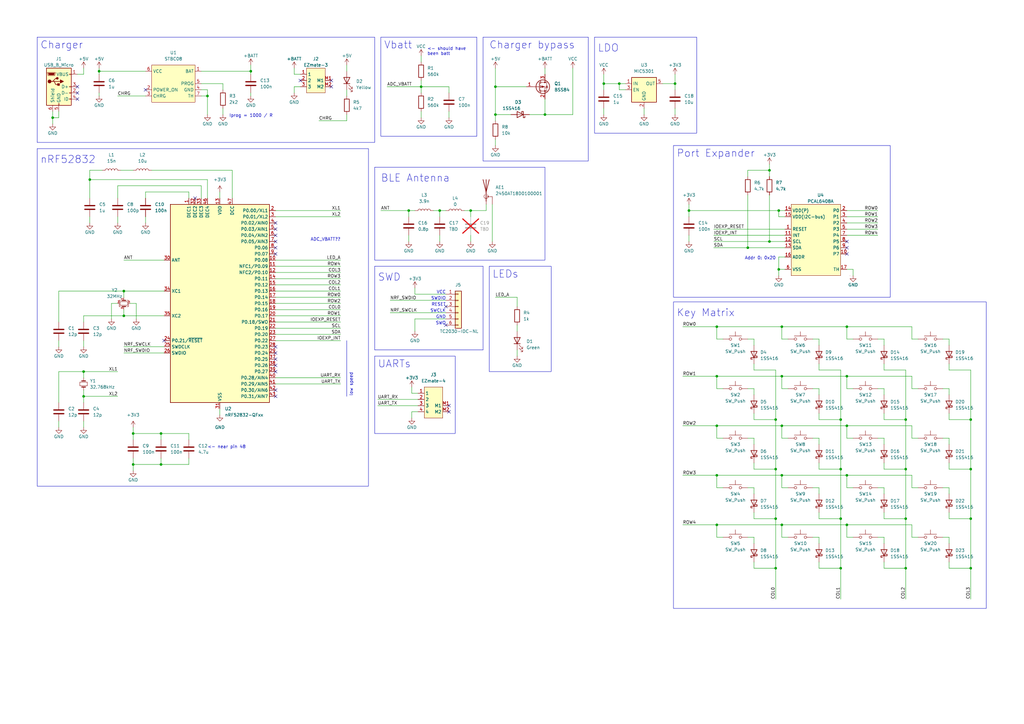
<source format=kicad_sch>
(kicad_sch (version 20230121) (generator eeschema)
  (paper "A3")
  (junction (at 21.59 48.26))
  (junction (at 294.005 174.625))
  (junction (at 54.61 177.8))
  (junction (at 294.005 194.945))
  (junction (at 167.64 86.36))
  (junction (at 318.135 212.725))
  (junction (at 320.675 133.985))
  (junction (at 294.005 215.265))
  (junction (at 276.86 34.29))
  (junction (at 203.2 35.56))
  (junction (at 320.675 194.945))
  (junction (at 344.805 212.725))
  (junction (at 66.04 190.5))
  (junction (at 371.475 233.045))
  (junction (at 315.595 69.85))
  (junction (at 54.61 190.5))
  (junction (at 193.04 86.36))
  (junction (at 319.405 110.49))
  (junction (at 347.345 215.265))
  (junction (at 50.8 129.54))
  (junction (at 347.345 154.305))
  (junction (at 172.72 35.56))
  (junction (at 306.705 101.6))
  (junction (at 371.475 212.725))
  (junction (at 34.29 152.4))
  (junction (at 223.52 46.99))
  (junction (at 50.8 119.38))
  (junction (at 315.595 99.06))
  (junction (at 371.475 172.085))
  (junction (at 320.675 154.305))
  (junction (at 282.575 86.36))
  (junction (at 344.805 172.085))
  (junction (at 102.87 29.21))
  (junction (at 371.475 192.405))
  (junction (at 320.675 215.265))
  (junction (at 347.345 194.945))
  (junction (at 344.805 233.045))
  (junction (at 398.145 233.045))
  (junction (at 344.805 192.405))
  (junction (at 36.83 73.66))
  (junction (at 398.145 192.405))
  (junction (at 180.34 86.36))
  (junction (at 320.675 174.625))
  (junction (at 40.64 29.21))
  (junction (at 347.345 174.625))
  (junction (at 66.04 177.8))
  (junction (at 247.65 34.29))
  (junction (at 294.005 154.305))
  (junction (at 85.09 39.37))
  (junction (at 347.345 133.985))
  (junction (at 294.005 133.985))
  (junction (at 318.135 172.085))
  (junction (at 34.29 162.56))
  (junction (at 318.135 192.405))
  (junction (at 398.145 172.085))
  (junction (at 398.145 212.725))
  (junction (at 254 34.29))
  (junction (at 319.405 86.36))
  (junction (at 203.2 46.99))
  (junction (at 318.135 233.045))
  (no_connect (at 347.345 104.14))
  (no_connect (at 113.03 101.6))
  (no_connect (at 31.75 40.64))
  (no_connect (at 113.03 91.44))
  (no_connect (at 31.75 38.1))
  (no_connect (at 113.03 149.86))
  (no_connect (at 135.89 35.56))
  (no_connect (at 113.03 99.06))
  (no_connect (at 31.75 35.56))
  (no_connect (at 182.88 125.73))
  (no_connect (at 123.19 33.02))
  (no_connect (at 182.88 133.35))
  (no_connect (at 113.03 93.98))
  (no_connect (at 347.345 101.6))
  (no_connect (at 113.03 142.24))
  (no_connect (at 184.15 166.37))
  (no_connect (at 113.03 152.4))
  (no_connect (at 184.15 168.91))
  (no_connect (at 113.03 147.32))
  (no_connect (at 67.31 139.7))
  (no_connect (at 113.03 160.02))
  (no_connect (at 59.69 36.83))
  (no_connect (at 113.03 104.14))
  (no_connect (at 113.03 144.78))
  (no_connect (at 347.345 99.06))
  (no_connect (at 113.03 162.56))
  (no_connect (at 135.89 33.02))
  (no_connect (at 80.01 81.28))
  (no_connect (at 113.03 96.52))
  (wire (pts (xy 113.03 124.46) (xy 139.7 124.46)))
  (wire (pts (xy 306.705 69.85) (xy 315.595 69.85)))
  (wire (pts (xy 170.18 120.65) (xy 170.18 118.11)))
  (wire (pts (xy 318.135 172.085) (xy 318.135 192.405)))
  (wire (pts (xy 320.675 200.025) (xy 323.215 200.025)))
  (wire (pts (xy 362.585 139.065) (xy 362.585 141.605)))
  (wire (pts (xy 309.245 139.065) (xy 309.245 141.605)))
  (wire (pts (xy 294.005 154.305) (xy 320.675 154.305)))
  (wire (pts (xy 59.69 78.74) (xy 59.69 81.28)))
  (wire (pts (xy 34.29 139.7) (xy 34.29 142.24)))
  (wire (pts (xy 247.65 44.45) (xy 247.65 46.99)))
  (wire (pts (xy 294.005 159.385) (xy 296.545 159.385)))
  (wire (pts (xy 320.675 220.345) (xy 323.215 220.345)))
  (wire (pts (xy 282.575 86.36) (xy 319.405 86.36)))
  (wire (pts (xy 36.83 73.66) (xy 36.83 69.85)))
  (wire (pts (xy 347.345 133.985) (xy 374.015 133.985)))
  (wire (pts (xy 31.75 30.48) (xy 34.29 30.48)))
  (wire (pts (xy 294.005 154.305) (xy 294.005 159.385)))
  (wire (pts (xy 54.61 177.8) (xy 54.61 180.34)))
  (wire (pts (xy 193.04 96.52) (xy 193.04 99.06)))
  (wire (pts (xy 335.915 172.085) (xy 344.805 172.085)))
  (wire (pts (xy 142.24 46.99) (xy 142.24 49.53)))
  (wire (pts (xy 113.03 157.48) (xy 139.7 157.48)))
  (wire (pts (xy 389.255 220.345) (xy 389.255 222.885)))
  (wire (pts (xy 318.135 151.765) (xy 318.135 172.085)))
  (wire (pts (xy 398.145 151.765) (xy 398.145 172.085)))
  (wire (pts (xy 362.585 149.225) (xy 362.585 151.765)))
  (wire (pts (xy 113.03 119.38) (xy 139.7 119.38)))
  (wire (pts (xy 333.375 159.385) (xy 335.915 159.385)))
  (wire (pts (xy 113.03 129.54) (xy 139.7 129.54)))
  (wire (pts (xy 54.61 187.96) (xy 54.61 190.5)))
  (wire (pts (xy 347.345 110.49) (xy 349.885 110.49)))
  (wire (pts (xy 50.8 106.68) (xy 67.31 106.68)))
  (wire (pts (xy 335.915 159.385) (xy 335.915 161.925)))
  (wire (pts (xy 347.345 174.625) (xy 374.015 174.625)))
  (wire (pts (xy 177.8 86.36) (xy 180.34 86.36)))
  (wire (pts (xy 82.55 76.2) (xy 82.55 81.28)))
  (wire (pts (xy 309.245 151.765) (xy 309.245 149.225)))
  (wire (pts (xy 172.72 33.02) (xy 172.72 35.56)))
  (wire (pts (xy 82.55 29.21) (xy 102.87 29.21)))
  (wire (pts (xy 50.8 129.54) (xy 50.8 127)))
  (wire (pts (xy 280.035 133.985) (xy 294.005 133.985)))
  (wire (pts (xy 315.595 80.01) (xy 315.595 99.06)))
  (wire (pts (xy 318.135 212.725) (xy 318.135 233.045)))
  (wire (pts (xy 292.735 93.98) (xy 321.945 93.98)))
  (wire (pts (xy 48.26 76.2) (xy 82.55 76.2)))
  (wire (pts (xy 321.945 105.41) (xy 319.405 105.41)))
  (wire (pts (xy 315.595 69.85) (xy 315.595 72.39)))
  (wire (pts (xy 318.135 192.405) (xy 318.135 212.725)))
  (wire (pts (xy 212.09 125.73) (xy 212.09 121.92)))
  (wire (pts (xy 294.005 133.985) (xy 294.005 139.065)))
  (wire (pts (xy 203.2 46.99) (xy 203.2 49.53)))
  (wire (pts (xy 335.915 192.405) (xy 344.805 192.405)))
  (wire (pts (xy 82.55 36.83) (xy 85.09 36.83)))
  (wire (pts (xy 172.72 35.56) (xy 184.15 35.56)))
  (wire (pts (xy 333.375 179.705) (xy 335.915 179.705)))
  (wire (pts (xy 309.245 233.045) (xy 318.135 233.045)))
  (wire (pts (xy 276.86 30.48) (xy 276.86 34.29)))
  (wire (pts (xy 172.72 35.56) (xy 172.72 38.1)))
  (wire (pts (xy 282.575 96.52) (xy 282.575 99.06)))
  (wire (pts (xy 113.03 137.16) (xy 139.7 137.16)))
  (wire (pts (xy 254 34.29) (xy 254 36.83)))
  (wire (pts (xy 347.345 215.265) (xy 374.015 215.265)))
  (wire (pts (xy 182.88 130.81) (xy 170.18 130.81)))
  (wire (pts (xy 113.03 114.3) (xy 139.7 114.3)))
  (wire (pts (xy 184.15 45.72) (xy 184.15 48.26)))
  (wire (pts (xy 389.255 189.865) (xy 389.255 192.405)))
  (wire (pts (xy 347.345 194.945) (xy 347.345 200.025)))
  (wire (pts (xy 294.005 133.985) (xy 320.675 133.985)))
  (wire (pts (xy 344.805 212.725) (xy 344.805 233.045)))
  (wire (pts (xy 113.03 111.76) (xy 139.7 111.76)))
  (wire (pts (xy 167.64 86.36) (xy 167.64 88.9)))
  (wire (pts (xy 320.675 174.625) (xy 347.345 174.625)))
  (wire (pts (xy 319.405 110.49) (xy 319.405 113.03)))
  (wire (pts (xy 335.915 233.045) (xy 344.805 233.045)))
  (wire (pts (xy 90.17 78.74) (xy 90.17 81.28)))
  (wire (pts (xy 335.915 151.765) (xy 344.805 151.765)))
  (wire (pts (xy 212.09 133.35) (xy 212.09 135.89)))
  (wire (pts (xy 294.005 215.265) (xy 320.675 215.265)))
  (wire (pts (xy 344.805 233.045) (xy 344.805 245.745)))
  (wire (pts (xy 50.8 119.38) (xy 24.13 119.38)))
  (wire (pts (xy 333.375 200.025) (xy 335.915 200.025)))
  (wire (pts (xy 371.475 212.725) (xy 371.475 233.045)))
  (wire (pts (xy 294.005 179.705) (xy 296.545 179.705)))
  (wire (pts (xy 36.83 73.66) (xy 36.83 81.28)))
  (wire (pts (xy 347.345 174.625) (xy 347.345 179.705)))
  (wire (pts (xy 335.915 179.705) (xy 335.915 182.245)))
  (wire (pts (xy 309.245 151.765) (xy 318.135 151.765)))
  (wire (pts (xy 309.245 159.385) (xy 309.245 161.925)))
  (wire (pts (xy 234.95 46.99) (xy 234.95 27.94)))
  (wire (pts (xy 113.03 86.36) (xy 139.7 86.36)))
  (wire (pts (xy 309.245 169.545) (xy 309.245 172.085)))
  (wire (pts (xy 158.75 35.56) (xy 172.72 35.56)))
  (wire (pts (xy 34.29 152.4) (xy 48.26 152.4)))
  (wire (pts (xy 319.405 110.49) (xy 321.945 110.49)))
  (wire (pts (xy 280.035 194.945) (xy 294.005 194.945)))
  (wire (pts (xy 335.915 149.225) (xy 335.915 151.765)))
  (wire (pts (xy 172.72 45.72) (xy 172.72 48.26)))
  (wire (pts (xy 203.2 35.56) (xy 203.2 46.99)))
  (wire (pts (xy 362.585 189.865) (xy 362.585 192.405)))
  (wire (pts (xy 212.09 143.51) (xy 212.09 146.05)))
  (wire (pts (xy 113.03 109.22) (xy 139.7 109.22)))
  (wire (pts (xy 142.24 26.67) (xy 142.24 29.21)))
  (wire (pts (xy 55.88 124.46) (xy 55.88 130.81)))
  (wire (pts (xy 374.015 139.065) (xy 376.555 139.065)))
  (wire (pts (xy 347.345 215.265) (xy 347.345 220.345)))
  (wire (pts (xy 374.015 215.265) (xy 374.015 220.345)))
  (wire (pts (xy 306.705 80.01) (xy 306.705 101.6)))
  (wire (pts (xy 374.015 200.025) (xy 376.555 200.025)))
  (wire (pts (xy 294.005 215.265) (xy 294.005 220.345)))
  (wire (pts (xy 389.255 179.705) (xy 389.255 182.245)))
  (wire (pts (xy 320.675 194.945) (xy 320.675 200.025)))
  (wire (pts (xy 113.03 132.08) (xy 139.7 132.08)))
  (wire (pts (xy 36.83 88.9) (xy 36.83 91.44)))
  (wire (pts (xy 398.145 172.085) (xy 398.145 192.405)))
  (wire (pts (xy 320.675 133.985) (xy 320.675 139.065)))
  (wire (pts (xy 160.02 123.19) (xy 182.88 123.19)))
  (wire (pts (xy 54.61 175.26) (xy 54.61 177.8)))
  (wire (pts (xy 398.145 212.725) (xy 398.145 233.045)))
  (wire (pts (xy 120.65 30.48) (xy 120.65 27.94)))
  (wire (pts (xy 371.475 233.045) (xy 371.475 245.745)))
  (wire (pts (xy 309.245 200.025) (xy 309.245 202.565)))
  (wire (pts (xy 320.675 154.305) (xy 320.675 159.385)))
  (wire (pts (xy 50.8 119.38) (xy 67.31 119.38)))
  (wire (pts (xy 309.245 179.705) (xy 309.245 182.245)))
  (wire (pts (xy 180.34 86.36) (xy 182.88 86.36)))
  (wire (pts (xy 320.675 179.705) (xy 323.215 179.705)))
  (wire (pts (xy 386.715 139.065) (xy 389.255 139.065)))
  (wire (pts (xy 294.005 139.065) (xy 296.545 139.065)))
  (wire (pts (xy 190.5 86.36) (xy 193.04 86.36)))
  (wire (pts (xy 360.045 139.065) (xy 362.585 139.065)))
  (wire (pts (xy 344.805 151.765) (xy 344.805 172.085)))
  (wire (pts (xy 34.29 160.02) (xy 34.29 162.56)))
  (wire (pts (xy 318.135 233.045) (xy 318.135 245.745)))
  (wire (pts (xy 347.345 96.52) (xy 360.045 96.52)))
  (wire (pts (xy 193.04 86.36) (xy 193.04 88.9)))
  (wire (pts (xy 170.18 130.81) (xy 170.18 135.89)))
  (wire (pts (xy 184.15 35.56) (xy 184.15 38.1)))
  (wire (pts (xy 271.78 34.29) (xy 276.86 34.29)))
  (wire (pts (xy 102.87 38.1) (xy 102.87 39.37)))
  (wire (pts (xy 292.735 99.06) (xy 315.595 99.06)))
  (wire (pts (xy 203.2 27.94) (xy 203.2 35.56)))
  (wire (pts (xy 180.34 86.36) (xy 180.34 88.9)))
  (wire (pts (xy 90.17 167.64) (xy 90.17 170.18)))
  (wire (pts (xy 319.405 88.9) (xy 319.405 86.36)))
  (wire (pts (xy 374.015 174.625) (xy 374.015 179.705)))
  (wire (pts (xy 335.915 169.545) (xy 335.915 172.085)))
  (wire (pts (xy 347.345 154.305) (xy 374.015 154.305)))
  (wire (pts (xy 54.61 190.5) (xy 54.61 193.04)))
  (wire (pts (xy 85.09 73.66) (xy 85.09 81.28)))
  (wire (pts (xy 280.035 215.265) (xy 294.005 215.265)))
  (wire (pts (xy 77.47 177.8) (xy 66.04 177.8)))
  (wire (pts (xy 199.39 86.36) (xy 199.39 83.82)))
  (wire (pts (xy 24.13 139.7) (xy 24.13 142.24)))
  (polyline (pts (xy 198.12 109.22) (xy 153.67 109.22)))
  (wire (pts (xy 50.8 119.38) (xy 50.8 121.92)))
  (wire (pts (xy 66.04 177.8) (xy 54.61 177.8)))
  (wire (pts (xy 24.13 172.72) (xy 24.13 175.26)))
  (wire (pts (xy 45.72 124.46) (xy 45.72 130.81)))
  (wire (pts (xy 306.705 200.025) (xy 309.245 200.025)))
  (wire (pts (xy 371.475 192.405) (xy 371.475 212.725)))
  (wire (pts (xy 170.18 86.36) (xy 167.64 86.36)))
  (wire (pts (xy 113.03 88.9) (xy 139.7 88.9)))
  (wire (pts (xy 306.705 101.6) (xy 321.945 101.6)))
  (wire (pts (xy 203.2 121.92) (xy 212.09 121.92)))
  (wire (pts (xy 320.675 215.265) (xy 347.345 215.265)))
  (wire (pts (xy 309.245 212.725) (xy 318.135 212.725)))
  (wire (pts (xy 247.65 34.29) (xy 247.65 30.48)))
  (wire (pts (xy 321.945 88.9) (xy 319.405 88.9)))
  (wire (pts (xy 389.255 192.405) (xy 398.145 192.405)))
  (wire (pts (xy 50.8 129.54) (xy 34.29 129.54)))
  (wire (pts (xy 254 34.29) (xy 247.65 34.29)))
  (wire (pts (xy 217.17 46.99) (xy 223.52 46.99)))
  (wire (pts (xy 386.715 220.345) (xy 389.255 220.345)))
  (wire (pts (xy 294.005 200.025) (xy 296.545 200.025)))
  (wire (pts (xy 362.585 210.185) (xy 362.585 212.725)))
  (wire (pts (xy 335.915 210.185) (xy 335.915 212.725)))
  (wire (pts (xy 362.585 172.085) (xy 371.475 172.085)))
  (wire (pts (xy 95.25 69.85) (xy 95.25 81.28)))
  (wire (pts (xy 113.03 121.92) (xy 139.7 121.92)))
  (wire (pts (xy 344.805 192.405) (xy 344.805 212.725)))
  (wire (pts (xy 320.675 139.065) (xy 323.215 139.065)))
  (wire (pts (xy 102.87 29.21) (xy 102.87 30.48)))
  (wire (pts (xy 123.19 30.48) (xy 120.65 30.48)))
  (wire (pts (xy 50.8 142.24) (xy 67.31 142.24)))
  (wire (pts (xy 389.255 210.185) (xy 389.255 212.725)))
  (wire (pts (xy 386.715 159.385) (xy 389.255 159.385)))
  (wire (pts (xy 203.2 35.56) (xy 215.9 35.56)))
  (wire (pts (xy 201.93 83.82) (xy 201.93 99.06)))
  (wire (pts (xy 319.405 105.41) (xy 319.405 110.49)))
  (wire (pts (xy 91.44 44.45) (xy 91.44 46.99)))
  (wire (pts (xy 77.47 78.74) (xy 59.69 78.74)))
  (wire (pts (xy 223.52 46.99) (xy 234.95 46.99)))
  (wire (pts (xy 113.03 106.68) (xy 139.7 106.68)))
  (wire (pts (xy 40.64 27.94) (xy 40.64 29.21)))
  (wire (pts (xy 360.045 200.025) (xy 362.585 200.025)))
  (wire (pts (xy 156.21 86.36) (xy 167.64 86.36)))
  (wire (pts (xy 142.24 36.83) (xy 142.24 39.37)))
  (wire (pts (xy 34.29 162.56) (xy 34.29 165.1)))
  (wire (pts (xy 347.345 154.305) (xy 347.345 159.385)))
  (wire (pts (xy 48.26 76.2) (xy 48.26 81.28)))
  (wire (pts (xy 335.915 139.065) (xy 335.915 141.605)))
  (polyline (pts (xy 198.12 143.51) (xy 198.12 109.22)))
  (wire (pts (xy 21.59 48.26) (xy 24.13 48.26)))
  (wire (pts (xy 85.09 39.37) (xy 85.09 46.99)))
  (wire (pts (xy 77.47 180.34) (xy 77.47 177.8)))
  (wire (pts (xy 276.86 44.45) (xy 276.86 46.99)))
  (wire (pts (xy 113.03 139.7) (xy 139.7 139.7)))
  (wire (pts (xy 335.915 200.025) (xy 335.915 202.565)))
  (wire (pts (xy 36.83 69.85) (xy 41.91 69.85)))
  (wire (pts (xy 362.585 200.025) (xy 362.585 202.565)))
  (wire (pts (xy 294.005 194.945) (xy 294.005 200.025)))
  (wire (pts (xy 398.145 192.405) (xy 398.145 212.725)))
  (wire (pts (xy 335.915 189.865) (xy 335.915 192.405)))
  (wire (pts (xy 389.255 172.085) (xy 398.145 172.085)))
  (polyline (pts (xy 153.67 109.22) (xy 153.67 143.51)))
  (wire (pts (xy 333.375 220.345) (xy 335.915 220.345)))
  (wire (pts (xy 171.45 161.29) (xy 168.91 161.29)))
  (wire (pts (xy 362.585 233.045) (xy 371.475 233.045)))
  (polyline (pts (xy 142.24 139.7) (xy 142.24 162.56)))
  (wire (pts (xy 347.345 159.385) (xy 349.885 159.385)))
  (wire (pts (xy 21.59 45.72) (xy 21.59 48.26)))
  (wire (pts (xy 280.035 154.305) (xy 294.005 154.305)))
  (wire (pts (xy 320.675 159.385) (xy 323.215 159.385)))
  (wire (pts (xy 264.16 44.45) (xy 264.16 46.99)))
  (wire (pts (xy 113.03 134.62) (xy 139.7 134.62)))
  (wire (pts (xy 59.69 88.9) (xy 59.69 91.44)))
  (wire (pts (xy 91.44 34.29) (xy 91.44 36.83)))
  (wire (pts (xy 292.735 101.6) (xy 306.705 101.6)))
  (wire (pts (xy 360.045 159.385) (xy 362.585 159.385)))
  (wire (pts (xy 320.675 194.945) (xy 347.345 194.945)))
  (wire (pts (xy 85.09 36.83) (xy 85.09 39.37)))
  (wire (pts (xy 347.345 93.98) (xy 360.045 93.98)))
  (wire (pts (xy 389.255 151.765) (xy 389.255 149.225)))
  (wire (pts (xy 347.345 133.985) (xy 347.345 139.065)))
  (wire (pts (xy 182.88 120.65) (xy 170.18 120.65)))
  (wire (pts (xy 294.005 194.945) (xy 320.675 194.945)))
  (wire (pts (xy 389.255 233.045) (xy 398.145 233.045)))
  (wire (pts (xy 180.34 96.52) (xy 180.34 99.06)))
  (wire (pts (xy 362.585 212.725) (xy 371.475 212.725)))
  (wire (pts (xy 347.345 91.44) (xy 360.045 91.44)))
  (wire (pts (xy 389.255 212.725) (xy 398.145 212.725)))
  (wire (pts (xy 276.86 34.29) (xy 276.86 36.83)))
  (wire (pts (xy 319.405 86.36) (xy 321.945 86.36)))
  (wire (pts (xy 77.47 187.96) (xy 77.47 190.5)))
  (wire (pts (xy 154.94 163.83) (xy 171.45 163.83)))
  (wire (pts (xy 347.345 88.9) (xy 360.045 88.9)))
  (wire (pts (xy 77.47 190.5) (xy 66.04 190.5)))
  (wire (pts (xy 223.52 27.94) (xy 223.52 30.48)))
  (wire (pts (xy 24.13 152.4) (xy 24.13 165.1)))
  (wire (pts (xy 347.345 139.065) (xy 349.885 139.065)))
  (wire (pts (xy 168.91 161.29) (xy 168.91 158.75)))
  (wire (pts (xy 123.19 35.56) (xy 120.65 35.56)))
  (wire (pts (xy 247.65 34.29) (xy 247.65 36.83)))
  (wire (pts (xy 371.475 172.085) (xy 371.475 192.405)))
  (wire (pts (xy 294.005 174.625) (xy 320.675 174.625)))
  (wire (pts (xy 223.52 40.64) (xy 223.52 46.99)))
  (wire (pts (xy 335.915 230.505) (xy 335.915 233.045)))
  (wire (pts (xy 34.29 129.54) (xy 34.29 132.08)))
  (wire (pts (xy 154.94 166.37) (xy 171.45 166.37)))
  (wire (pts (xy 282.575 83.82) (xy 282.575 86.36)))
  (wire (pts (xy 315.595 99.06) (xy 321.945 99.06)))
  (wire (pts (xy 256.54 36.83) (xy 254 36.83)))
  (wire (pts (xy 362.585 169.545) (xy 362.585 172.085)))
  (wire (pts (xy 374.015 194.945) (xy 374.015 200.025)))
  (wire (pts (xy 50.8 129.54) (xy 67.31 129.54)))
  (wire (pts (xy 306.705 69.85) (xy 306.705 72.39)))
  (wire (pts (xy 50.8 144.78) (xy 67.31 144.78)))
  (wire (pts (xy 82.55 34.29) (xy 91.44 34.29)))
  (wire (pts (xy 398.145 233.045) (xy 398.145 245.745)))
  (wire (pts (xy 66.04 177.8) (xy 66.04 180.34)))
  (wire (pts (xy 389.255 151.765) (xy 398.145 151.765)))
  (wire (pts (xy 374.015 154.305) (xy 374.015 159.385)))
  (wire (pts (xy 120.65 35.56) (xy 120.65 38.1)))
  (wire (pts (xy 362.585 192.405) (xy 371.475 192.405)))
  (wire (pts (xy 40.64 29.21) (xy 59.69 29.21)))
  (wire (pts (xy 347.345 220.345) (xy 349.885 220.345)))
  (wire (pts (xy 309.245 172.085) (xy 318.135 172.085)))
  (wire (pts (xy 48.26 88.9) (xy 48.26 91.44)))
  (wire (pts (xy 371.475 151.765) (xy 371.475 172.085)))
  (wire (pts (xy 193.04 86.36) (xy 199.39 86.36)))
  (wire (pts (xy 113.03 127) (xy 139.7 127)))
  (wire (pts (xy 347.345 194.945) (xy 374.015 194.945)))
  (wire (pts (xy 24.13 48.26) (xy 24.13 45.72)))
  (wire (pts (xy 48.26 39.37) (xy 59.69 39.37)))
  (wire (pts (xy 306.705 159.385) (xy 309.245 159.385)))
  (wire (pts (xy 34.29 30.48) (xy 34.29 27.94)))
  (wire (pts (xy 49.53 69.85) (xy 54.61 69.85)))
  (wire (pts (xy 389.255 159.385) (xy 389.255 161.925)))
  (wire (pts (xy 347.345 86.36) (xy 360.045 86.36)))
  (wire (pts (xy 172.72 22.86) (xy 172.72 25.4)))
  (wire (pts (xy 309.245 230.505) (xy 309.245 233.045)))
  (wire (pts (xy 282.575 86.36) (xy 282.575 88.9)))
  (wire (pts (xy 53.34 124.46) (xy 55.88 124.46)))
  (wire (pts (xy 254 34.29) (xy 256.54 34.29)))
  (wire (pts (xy 374.015 220.345) (xy 376.555 220.345)))
  (wire (pts (xy 113.03 116.84) (xy 139.7 116.84)))
  (wire (pts (xy 168.91 171.45) (xy 168.91 168.91)))
  (wire (pts (xy 102.87 26.67) (xy 102.87 29.21)))
  (polyline (pts (xy 153.67 143.51) (xy 198.12 143.51)))
  (wire (pts (xy 362.585 151.765) (xy 371.475 151.765)))
  (wire (pts (xy 24.13 119.38) (xy 24.13 132.08)))
  (wire (pts (xy 362.585 159.385) (xy 362.585 161.925)))
  (wire (pts (xy 389.255 200.025) (xy 389.255 202.565)))
  (wire (pts (xy 34.29 154.94) (xy 34.29 152.4)))
  (wire (pts (xy 168.91 168.91) (xy 171.45 168.91)))
  (wire (pts (xy 34.29 152.4) (xy 24.13 152.4)))
  (wire (pts (xy 362.585 230.505) (xy 362.585 233.045)))
  (wire (pts (xy 374.015 159.385) (xy 376.555 159.385)))
  (wire (pts (xy 320.675 215.265) (xy 320.675 220.345)))
  (wire (pts (xy 374.015 133.985) (xy 374.015 139.065)))
  (wire (pts (xy 40.64 29.21) (xy 40.64 30.48)))
  (wire (pts (xy 40.64 38.1) (xy 40.64 39.37)))
  (wire (pts (xy 362.585 220.345) (xy 362.585 222.885)))
  (wire (pts (xy 386.715 179.705) (xy 389.255 179.705)))
  (wire (pts (xy 34.29 162.56) (xy 48.26 162.56)))
  (wire (pts (xy 362.585 179.705) (xy 362.585 182.245)))
  (wire (pts (xy 315.595 67.31) (xy 315.595 69.85)))
  (wire (pts (xy 333.375 139.065) (xy 335.915 139.065)))
  (wire (pts (xy 160.02 128.27) (xy 182.88 128.27)))
  (wire (pts (xy 167.64 96.52) (xy 167.64 99.06)))
  (wire (pts (xy 335.915 220.345) (xy 335.915 222.885)))
  (wire (pts (xy 360.045 220.345) (xy 362.585 220.345)))
  (wire (pts (xy 347.345 200.025) (xy 349.885 200.025)))
  (wire (pts (xy 389.255 169.545) (xy 389.255 172.085)))
  (wire (pts (xy 113.03 154.94) (xy 139.7 154.94)))
  (wire (pts (xy 306.705 179.705) (xy 309.245 179.705)))
  (wire (pts (xy 349.885 110.49) (xy 349.885 113.03)))
  (wire (pts (xy 130.81 49.53) (xy 142.24 49.53)))
  (wire (pts (xy 360.045 179.705) (xy 362.585 179.705)))
  (wire (pts (xy 374.015 179.705) (xy 376.555 179.705)))
  (wire (pts (xy 306.705 220.345) (xy 309.245 220.345)))
  (wire (pts (xy 309.245 210.185) (xy 309.245 212.725)))
  (wire (pts (xy 320.675 133.985) (xy 347.345 133.985)))
  (wire (pts (xy 203.2 57.15) (xy 203.2 59.69)))
  (wire (pts (xy 294.005 174.625) (xy 294.005 179.705)))
  (wire (pts (xy 309.245 220.345) (xy 309.245 222.885)))
  (wire (pts (xy 309.245 189.865) (xy 309.245 192.405)))
  (wire (pts (xy 389.255 139.065) (xy 389.255 141.605)))
  (wire (pts (xy 82.55 39.37) (xy 85.09 39.37)))
  (wire (pts (xy 66.04 187.96) (xy 66.04 190.5)))
  (wire (pts (xy 203.2 46.99) (xy 209.55 46.99)))
  (wire (pts (xy 344.805 172.085) (xy 344.805 192.405)))
  (wire (pts (xy 386.715 200.025) (xy 389.255 200.025)))
  (wire (pts (xy 306.705 139.065) (xy 309.245 139.065)))
  (wire (pts (xy 320.675 154.305) (xy 347.345 154.305)))
  (wire (pts (xy 347.345 179.705) (xy 349.885 179.705)))
  (wire (pts (xy 62.23 69.85) (xy 95.25 69.85)))
  (wire (pts (xy 77.47 81.28) (xy 77.47 78.74)))
  (wire (pts (xy 294.005 220.345) (xy 296.545 220.345)))
  (wire (pts (xy 66.04 190.5) (xy 54.61 190.5)))
  (wire (pts (xy 320.675 174.625) (xy 320.675 179.705)))
  (wire (pts (xy 36.83 73.66) (xy 85.09 73.66)))
  (wire (pts (xy 292.735 96.52) (xy 321.945 96.52)))
  (wire (pts (xy 280.035 174.625) (xy 294.005 174.625)))
  (wire (pts (xy 21.59 48.26) (xy 21.59 50.8)))
  (wire (pts (xy 34.29 172.72) (xy 34.29 175.26)))
  (wire (pts (xy 48.26 124.46) (xy 45.72 124.46)))
  (wire (pts (xy 389.255 230.505) (xy 389.255 233.045)))
  (wire (pts (xy 335.915 212.725) (xy 344.805 212.725)))
  (wire (pts (xy 309.245 192.405) (xy 318.135 192.405)))
  (rectangle (start 200.66 109.22) (end 226.06 152.4))
  (rectangle (start 153.67 68.58) (end 223.52 106.68))
  (rectangle (start 243.84 15.24) (end 285.75 54.61))
  (rectangle (start 198.12 15.24) (end 241.3 66.04))
  (rectangle (start 15.24 60.96) (end 151.13 199.39))
  (rectangle (start 153.67 146.05) (end 186.69 177.8))
  (rectangle (start 15.24 15.24) (end 153.67 58.42))
  (rectangle (start 276.225 123.825) (end 404.495 249.555))
  (rectangle (start 276.225 59.69) (end 365.125 121.92))
  (rectangle (start 156.21 15.24) (end 195.58 55.88))
  (text "<- near pin 48" (at 85.09 184.15 0) (effects (font (size 1.27 1.27)) (justify left bottom)))
  (text "SWD" (at 154.94 115.57 0) (effects (font (size 3 3)) (justify left bottom)))
  (text "LEDs" (at 201.93 114.3 0) (effects (font (size 3 3)) (justify left bottom)))
  (text "low speed" (at 144.78 162.56 90) (effects (font (size 1.27 1.27)) (justify left bottom)))
  (text "Iprog = 1000 / R" (at 93.98 48.26 0) (effects (font (size 1.27 1.27)) (justify left bottom)))
  (text "ADC_VBATT??" (at 139.7 99.06 0) (effects (font (size 1.27 1.27)) (justify right bottom)))
  (text "VCC" (at 182.88 120.65 0) (effects (font (size 1.27 1.27)) (justify right bottom)))
  (text "Charger bypass" (at 200.66 20.32 0) (effects (font (size 3 3)) (justify left bottom)))
  (text "Key Matrix" (at 277.495 130.175 0) (effects (font (size 3 3)) (justify left bottom)))
  (text "BLE Antenna" (at 156.21 74.93 0) (effects (font (size 3 3)) (justify left bottom)))
  (text "Addr 0: 0x20" (at 305.435 106.68 0) (effects (font (size 1.27 1.27)) (justify left bottom)))
  (text "Port Expander" (at 277.495 64.77 0) (effects (font (size 3 3)) (justify left bottom)))
  (text "Vbatt" (at 157.48 20.32 0) (effects (font (size 3 3)) (justify left bottom)))
  (text "SWO" (at 182.88 133.35 0) (effects (font (size 1.27 1.27)) (justify right bottom)))
  (text "<- should have\nbeen batt" (at 175.26 22.86 0) (effects (font (size 1.27 1.27)) (justify left bottom)))
  (text "UARTs" (at 154.94 151.13 0) (effects (font (size 3 3)) (justify left bottom)))
  (text "LDO" (at 245.11 21.59 0) (effects (font (size 3 3)) (justify left bottom)))
  (text "GND" (at 182.88 130.81 0) (effects (font (size 1.27 1.27)) (justify right bottom)))
  (text "RESET" (at 182.88 125.73 0) (effects (font (size 1.27 1.27)) (justify right bottom)))
  (text "SWCLK" (at 182.88 128.27 0) (effects (font (size 1.27 1.27)) (justify right bottom)))
  (text "SWDIO" (at 182.88 123.19 0) (effects (font (size 1.27 1.27)) (justify right bottom)))
  (text "Charger" (at 16.51 20.32 0) (effects (font (size 3 3)) (justify left bottom)))
  (text "nRF52832" (at 16.51 67.31 0) (effects (font (size 3 3)) (justify left bottom)))
  (label "LED_A" (at 203.2 121.92 0))
  (label "NRF_SWDIO" (at 160.02 123.19 0))
  (label "UART_TX" (at 139.7 157.48 180))
  (label "UART_RX" (at 154.94 163.83 0))
  (label "IOEXP_RESET" (at 139.7 132.08 180))
  (label "XL1" (at 48.26 152.4 180))
  (label "ANT" (at 156.21 86.36 0))
  (label "ADC_VBATT" (at 158.75 35.56 0))
  (label "SCL" (at 139.7 134.62 180))
  (label "XL2" (at 48.26 162.56 180))
  (label "SCL" (at 292.735 99.06 0))
  (label "XL2" (at 139.7 88.9 180))
  (label "LED_A" (at 139.7 106.68 180))
  (label "ROW0" (at 280.035 133.985 0))
  (label "XL1" (at 139.7 86.36 180))
  (label "ROW4" (at 139.7 109.22 180))
  (label "IOEXP_INT" (at 139.7 139.7 180))
  (label "COL0" (at 318.135 245.745 90))
  (label "ROW3" (at 280.035 194.945 0))
  (label "UART_TX" (at 154.94 166.37 0))
  (label "ROW4" (at 360.045 96.52 180))
  (label "SDA" (at 139.7 137.16 180))
  (label "COL3" (at 398.145 245.745 90))
  (label "IOEXP_INT" (at 292.735 96.52 0))
  (label "COL2" (at 139.7 116.84 180))
  (label "ROW2" (at 139.7 124.46 180))
  (label "SDA" (at 292.735 101.6 0))
  (label "COL0" (at 139.7 127 180))
  (label "ROW4" (at 280.035 215.265 0))
  (label "NRF_SWCLK" (at 160.02 128.27 0))
  (label "COL3" (at 139.7 111.76 180))
  (label "ROW3" (at 360.045 93.98 180))
  (label "IOEXP_RESET" (at 292.735 93.98 0))
  (label "COL2" (at 371.475 245.745 90))
  (label "CHRG" (at 130.81 49.53 0))
  (label "ROW0" (at 139.7 121.92 180))
  (label "ANT" (at 50.8 106.68 0))
  (label "UART_RX" (at 139.7 154.94 180))
  (label "CHRG" (at 48.26 39.37 0))
  (label "ROW2" (at 360.045 91.44 180))
  (label "ROW2" (at 280.035 174.625 0))
  (label "NRF_SWDIO" (at 50.8 144.78 0))
  (label "ROW3" (at 139.7 114.3 180))
  (label "ROW1" (at 280.035 154.305 0))
  (label "COL1" (at 139.7 119.38 180))
  (label "ROW0" (at 360.045 86.36 180))
  (label "COL1" (at 344.805 245.745 90))
  (label "ROW1" (at 139.7 129.54 180))
  (label "ROW1" (at 360.045 88.9 180))
  (label "NRF_SWCLK" (at 50.8 142.24 0))
  (symbol (lib_id "power:VCC") (at 172.72 22.86 0) (unit 1)
    (property "Reference" "#PWR04" (effects hide))
    (property "Value" "VCC" (at 172.72 19.05 0))
  )
  (symbol (lib_id "power:+5V") (at 40.64 27.94 0) (mirror y) (unit 1)
    (property "Reference" "#PWR010" (effects hide))
    (property "Value" "+5V" (at 40.64 24.13 0))
  )
  (symbol (lib_id "Diode:1N5819") (at 389.255 226.695 90) (unit 1)
    (property "Reference" "D23" (at 391.795 225.7425 90) (effects (justify right)))
    (property "Value" "1SS416" (at 391.795 228.2825 90) (effects (justify right)))
    (property "Footprint" "Diode_SMD:D_SOD-923" (effects hide))
  )
  (symbol (lib_id "Switch:SW_Push") (at 381.635 220.345 0) (unit 1)
    (property "Reference" "SW20" (at 381.635 222.885 0))
    (property "Value" "SW_Push" (at 381.635 225.425 0))
    (property "Footprint" "Button_Switch_SMD:SW_Push_1P1T_NO_Vertical_Wuerth_434133025816" (effects hide))
  )
  (symbol (lib_id "Diode:1N5819") (at 309.245 165.735 90) (unit 1)
    (property "Reference" "D5" (at 311.785 164.7825 90) (effects (justify right)))
    (property "Value" "1SS416" (at 311.785 167.3225 90) (effects (justify right)))
    (property "Footprint" "Diode_SMD:D_SOD-923" (effects hide))
  )
  (symbol (lib_id "Switch:SW_Push") (at 328.295 220.345 0) (unit 1)
    (property "Reference" "SW10" (at 328.295 222.885 0))
    (property "Value" "SW_Push" (at 328.295 225.425 0))
    (property "Footprint" "Button_Switch_SMD:SW_Push_1P1T_NO_Vertical_Wuerth_434133025816" (effects hide))
  )
  (symbol (lib_id "Device:L") (at 45.72 69.85 90) (unit 1)
    (property "Reference" "L1" (at 45.72 63.5 90))
    (property "Value" "15n" (at 45.72 66.04 90))
    (property "Footprint" "balto:L_0402_Worthington" (effects hide))
  )
  (symbol (lib_id "Switch:SW_Push") (at 354.965 220.345 0) (unit 1)
    (property "Reference" "SW15" (at 354.965 222.885 0))
    (property "Value" "SW_Push" (at 354.965 225.425 0))
    (property "Footprint" "Button_Switch_SMD:SW_Push_1P1T_NO_Vertical_Wuerth_434133025816" (effects hide))
  )
  (symbol (lib_id "power:VCC") (at 247.65 30.48 0) (unit 1)
    (property "Reference" "#PWR031" (effects hide))
    (property "Value" "VCC" (at 247.65 26.67 0))
  )
  (symbol (lib_id "power:GND") (at 85.09 46.99 0) (unit 1)
    (property "Reference" "#PWR019" (effects hide))
    (property "Value" "GND" (at 85.09 50.8 0))
  )
  (symbol (lib_id "Diode:1N5819") (at 362.585 165.735 90) (unit 1)
    (property "Reference" "D15" (at 365.125 164.7825 90) (effects (justify right)))
    (property "Value" "1SS416" (at 365.125 167.3225 90) (effects (justify right)))
    (property "Footprint" "Diode_SMD:D_SOD-923" (effects hide))
  )
  (symbol (lib_id "Device:C") (at 40.64 34.29 0) (unit 1)
    (property "Reference" "C6" (at 44.45 33.0199 0) (effects (justify left)))
    (property "Value" "1u" (at 44.45 35.5599 0) (effects (justify left)))
    (property "Footprint" "balto:C_0402_Worthington" (effects hide))
  )
  (symbol (lib_id "Switch:SW_Push") (at 381.635 139.065 0) (unit 1)
    (property "Reference" "SW16" (at 381.635 141.605 0))
    (property "Value" "SW_Push" (at 381.635 144.145 0))
    (property "Footprint" "Button_Switch_SMD:SW_Push_1P1T_NO_Vertical_Wuerth_434133025816" (effects hide))
  )
  (symbol (lib_id "power:GND") (at 102.87 39.37 0) (unit 1)
    (property "Reference" "#PWR025" (effects hide))
    (property "Value" "GND" (at 102.87 43.18 0))
  )
  (symbol (lib_id "Switch:SW_Push") (at 328.295 139.065 0) (unit 1)
    (property "Reference" "SW6" (at 328.295 141.605 0))
    (property "Value" "SW_Push" (at 328.295 144.145 0))
    (property "Footprint" "Button_Switch_SMD:SW_Push_1P1T_NO_Vertical_Wuerth_434133025816" (effects hide))
  )
  (symbol (lib_id "power:GND") (at 59.69 91.44 0) (unit 1)
    (property "Reference" "#PWR018" (effects hide))
    (property "Value" "GND" (at 59.69 95.25 0))
  )
  (symbol (lib_id "power:GND") (at 34.29 142.24 0) (unit 1)
    (property "Reference" "#PWR07" (effects hide))
    (property "Value" "GND" (at 34.29 146.05 0))
  )
  (symbol (lib_id "power:GND") (at 264.16 46.99 0) (unit 1)
    (property "Reference" "#PWR038" (effects hide))
    (property "Value" "GND" (at 264.16 50.8 0))
  )
  (symbol (lib_id "power:GND") (at 170.18 135.89 0) (unit 1)
    (property "Reference" "#PWR052" (effects hide))
    (property "Value" "GND" (at 170.18 139.7 0))
  )
  (symbol (lib_id "Switch:SW_Push") (at 328.295 200.025 0) (unit 1)
    (property "Reference" "SW9" (at 328.295 202.565 0))
    (property "Value" "SW_Push" (at 328.295 205.105 0))
    (property "Footprint" "Button_Switch_SMD:SW_Push_1P1T_NO_Vertical_Wuerth_434133025816" (effects hide))
  )
  (symbol (lib_id "power:GND") (at 45.72 130.81 0) (unit 1)
    (property "Reference" "#PWR013" (effects hide))
    (property "Value" "GND" (at 45.72 134.62 0))
  )
  (symbol (lib_id "MCU_Nordic:nRF52832-QFxx") (at 90.17 124.46 0) (unit 1)
    (property "Reference" "U2" (at 92.1894 167.64 0) (effects (justify left)))
    (property "Value" "nRF52832-QFxx" (at 92.1894 170.18 0) (effects (justify left)))
    (property "Footprint" "Package_DFN_QFN:QFN-48-1EP_6x6mm_P0.4mm_EP4.6x4.6mm" (effects hide))
    (property "Datasheet" "http://infocenter.nordicsemi.com/pdf/nRF52832_PS_v1.4.pdf" (effects hide))
  )
  (symbol (lib_id "Transistor_FET:BSS84") (at 220.98 35.56 0) (unit 1)
    (property "Reference" "Q1" (at 227.33 34.29 0) (effects (justify left)))
    (property "Value" "BSS84" (at 227.33 36.83 0) (effects (justify left)))
    (property "Footprint" "Package_TO_SOT_SMD:SOT-23" (effects hide))
    (property "Datasheet" "http://assets.nexperia.com/documents/data-sheet/BSS84.pdf" (effects hide))
  )
  (symbol (lib_id "Switch:SW_Push") (at 301.625 139.065 0) (unit 1)
    (property "Reference" "SW1" (at 301.625 141.605 0))
    (property "Value" "SW_Push" (at 301.625 144.145 0))
    (property "Footprint" "Button_Switch_SMD:SW_Push_1P1T_NO_Vertical_Wuerth_434133025816" (effects hide))
  )
  (symbol (lib_id "power:GND") (at 168.91 171.45 0) (unit 1)
    (property "Reference" "#PWR035" (effects hide))
    (property "Value" "GND" (at 168.91 175.26 0))
  )
  (symbol (lib_id "Diode:1N5819") (at 309.245 206.375 90) (unit 1)
    (property "Reference" "D7" (at 311.785 205.4225 90) (effects (justify right)))
    (property "Value" "1SS416" (at 311.785 207.9625 90) (effects (justify right)))
    (property "Footprint" "Diode_SMD:D_SOD-923" (effects hide))
  )
  (symbol (lib_id "power:+3V3") (at 315.595 67.31 0) (unit 1)
    (property "Reference" "#PWR042" (effects hide))
    (property "Value" "+3V3" (at 315.595 63.5 0))
  )
  (symbol (lib_id "balto:PCAL6408A") (at 334.645 97.79 0) (unit 1)
    (property "Reference" "U4" (at 336.55 80.01 0))
    (property "Value" "PCAL6408A" (at 336.55 82.55 0))
    (property "Footprint" "Package_DFN_QFN:HVQFN-16-1EP_3x3mm_P0.5mm_EP1.5x1.5mm" (effects hide))
  )
  (symbol (lib_id "Device:R") (at 172.72 41.91 0) (unit 1)
    (property "Reference" "R2" (at 175.26 40.64 0) (effects (justify left)))
    (property "Value" "560k" (at 175.26 43.18 0) (effects (justify left)))
    (property "Footprint" "balto:R_0402_Worthington" (effects hide))
  )
  (symbol (lib_id "power:GND") (at 193.04 99.06 0) (unit 1)
    (property "Reference" "#PWR044" (effects hide))
    (property "Value" "GND" (at 193.04 102.87 0))
  )
  (symbol (lib_id "Device:C") (at 193.04 92.71 0) (unit 1) (dnp yes)
    (property "Reference" "C19" (at 196.85 91.4399 0) (effects (justify left)))
    (property "Value" "TBD" (at 196.85 93.9799 0) (effects (justify left)))
    (property "Footprint" "balto:C_0402_Worthington" (effects hide))
  )
  (symbol (lib_id "Switch:SW_Push") (at 328.295 159.385 0) (unit 1)
    (property "Reference" "SW7" (at 328.295 161.925 0))
    (property "Value" "SW_Push" (at 328.295 164.465 0))
    (property "Footprint" "Button_Switch_SMD:SW_Push_1P1T_NO_Vertical_Wuerth_434133025816" (effects hide))
  )
  (symbol (lib_id "power:GND") (at 167.64 99.06 0) (unit 1)
    (property "Reference" "#PWR033" (effects hide))
    (property "Value" "GND" (at 167.64 102.87 0))
  )
  (symbol (lib_id "Diode:1N5819") (at 389.255 186.055 90) (unit 1)
    (property "Reference" "D21" (at 391.795 185.1025 90) (effects (justify right)))
    (property "Value" "1SS416" (at 391.795 187.6425 90) (effects (justify right)))
    (property "Footprint" "Diode_SMD:D_SOD-923" (effects hide))
  )
  (symbol (lib_id "power:GND") (at 36.83 91.44 0) (unit 1)
    (property "Reference" "#PWR09" (effects hide))
    (property "Value" "GND" (at 36.83 95.25 0))
  )
  (symbol (lib_id "Device:LED") (at 142.24 33.02 90) (unit 1)
    (property "Reference" "D2" (at 146.05 33.3375 90) (effects (justify right)))
    (property "Value" "Yellow" (at 146.05 35.8775 90) (effects (justify right)))
    (property "Footprint" "LED_SMD:LED_0603_1608Metric" (effects hide))
  )
  (symbol (lib_id "Device:C") (at 180.34 92.71 0) (unit 1)
    (property "Reference" "C17" (at 184.15 91.4399 0) (effects (justify left)))
    (property "Value" "TBD" (at 184.15 93.9799 0) (effects (justify left)))
    (property "Footprint" "balto:C_0402_Worthington" (effects hide))
  )
  (symbol (lib_id "Connector_Generic:Conn_01x06") (at 187.96 125.73 0) (unit 1)
    (property "Reference" "J5" (at 186.69 116.8399 0) (effects (justify left)))
    (property "Value" "TC2030-IDC-NL" (at 180.34 135.8899 0) (effects (justify left)))
    (property "Footprint" "Connector:Tag-Connect_TC2030-IDC-NL_2x03_P1.27mm_Vertical" (effects hide))
  )
  (symbol (lib_id "Diode:1N5819") (at 309.245 186.055 90) (unit 1)
    (property "Reference" "D6" (at 311.785 185.1025 90) (effects (justify right)))
    (property "Value" "1SS416" (at 311.785 187.6425 90) (effects (justify right)))
    (property "Footprint" "Diode_SMD:D_SOD-923" (effects hide))
  )
  (symbol (lib_id "power:+BATT") (at 102.87 26.67 0) (unit 1)
    (property "Reference" "#PWR024" (effects hide))
    (property "Value" "+BATT" (at 102.87 22.86 0))
  )
  (symbol (lib_id "Device:LED") (at 212.09 139.7 90) (unit 1)
    (property "Reference" "D1" (at 215.9 140.0174 90) (effects (justify right)))
    (property "Value" "Green" (at 215.9 142.5574 90) (effects (justify right)))
    (property "Footprint" "LED_SMD:LED_0603_1608Metric" (effects hide))
  )
  (symbol (lib_id "Device:C") (at 24.13 135.89 0) (unit 1)
    (property "Reference" "C1" (at 27.94 134.6199 0) (effects (justify left)))
    (property "Value" "12p" (at 27.94 137.1599 0) (effects (justify left)))
    (property "Footprint" "balto:C_0402_Worthington" (effects hide))
  )
  (symbol (lib_id "Switch:SW_Push") (at 381.635 179.705 0) (unit 1)
    (property "Reference" "SW18" (at 381.635 182.245 0))
    (property "Value" "SW_Push" (at 381.635 184.785 0))
    (property "Footprint" "Button_Switch_SMD:SW_Push_1P1T_NO_Vertical_Wuerth_434133025816" (effects hide))
  )
  (symbol (lib_id "power:+3V3") (at 168.91 158.75 0) (unit 1)
    (property "Reference" "#PWR034" (effects hide))
    (property "Value" "+3V3" (at 168.91 154.94 0))
  )
  (symbol (lib_id "power:GND") (at 184.15 48.26 0) (unit 1)
    (property "Reference" "#PWR012" (effects hide))
    (property "Value" "GND" (at 184.15 52.07 0))
  )
  (symbol (lib_id "power:GND") (at 282.575 99.06 0) (unit 1)
    (property "Reference" "#PWR030" (effects hide))
    (property "Value" "GND" (at 282.575 102.87 0))
  )
  (symbol (lib_id "Device:C") (at 48.26 85.09 0) (unit 1)
    (property "Reference" "C8" (at 52.07 83.8199 0) (effects (justify left)))
    (property "Value" "100p" (at 52.07 86.3599 0) (effects (justify left)))
    (property "Footprint" "balto:C_0402_Worthington" (effects hide))
  )
  (symbol (lib_id "Device:C") (at 247.65 40.64 0) (unit 1)
    (property "Reference" "C15" (at 251.46 39.3699 0) (effects (justify left)))
    (property "Value" "1u" (at 251.46 41.9099 0) (effects (justify left)))
    (property "Footprint" "balto:C_0402_Worthington" (effects hide))
  )
  (symbol (lib_id "Connector:USB_B_Micro") (at 24.13 35.56 0) (unit 1)
    (property "Reference" "J1" (at 24.13 24.13 0))
    (property "Value" "USB_B_Micro" (at 24.13 26.67 0))
    (property "Footprint" "Connector_USB:USB_Micro-B_Amphenol_10104110_Horizontal" (effects hide))
  )
  (symbol (lib_id "Device:C") (at 66.04 184.15 0) (unit 1)
    (property "Reference" "C11" (at 69.85 182.8799 0) (effects (justify left)))
    (property "Value" "100n" (at 69.85 185.4199 0) (effects (justify left)))
    (property "Footprint" "balto:C_0402_Worthington" (effects hide))
  )
  (symbol (lib_id "Switch:SW_Push") (at 301.625 159.385 0) (unit 1)
    (property "Reference" "SW2" (at 301.625 161.925 0))
    (property "Value" "SW_Push" (at 301.625 164.465 0))
    (property "Footprint" "Button_Switch_SMD:SW_Push_1P1T_NO_Vertical_Wuerth_434133025816" (effects hide))
  )
  (symbol (lib_id "Device:R") (at 91.44 40.64 0) (unit 1)
    (property "Reference" "R3" (at 93.98 39.3699 0) (effects (justify left)))
    (property "Value" "2k2" (at 93.98 41.9099 0) (effects (justify left)))
    (property "Footprint" "Resistor_SMD:R_0603_1608Metric" (effects hide))
  )
  (symbol (lib_id "Device:C") (at 24.13 168.91 0) (unit 1)
    (property "Reference" "C2" (at 27.94 167.6399 0) (effects (justify left)))
    (property "Value" "12p" (at 27.94 170.1799 0) (effects (justify left)))
    (property "Footprint" "balto:C_0402_Worthington" (effects hide))
  )
  (symbol (lib_id "power:+3V3") (at 170.18 118.11 0) (unit 1)
    (property "Reference" "#PWR051" (effects hide))
    (property "Value" "+3V3" (at 170.18 114.3 0))
  )
  (symbol (lib_id "power:GND") (at 319.405 113.03 0) (unit 1)
    (property "Reference" "#PWR043" (effects hide))
    (property "Value" "GND" (at 319.405 116.84 0))
  )
  (symbol (lib_id "Switch:SW_Push") (at 381.635 159.385 0) (unit 1)
    (property "Reference" "SW17" (at 381.635 161.925 0))
    (property "Value" "SW_Push" (at 381.635 164.465 0))
    (property "Footprint" "Button_Switch_SMD:SW_Push_1P1T_NO_Vertical_Wuerth_434133025816" (effects hide))
  )
  (symbol (lib_id "Device:C") (at 34.29 135.89 0) (unit 1)
    (property "Reference" "C3" (at 38.1 134.6199 0) (effects (justify left)))
    (property "Value" "12p" (at 38.1 137.1599 0) (effects (justify left)))
    (property "Footprint" "balto:C_0402_Worthington" (effects hide))
  )
  (symbol (lib_id "power:+3V3") (at 282.575 83.82 0) (unit 1)
    (property "Reference" "#PWR029" (effects hide))
    (property "Value" "+3V3" (at 282.575 80.01 0))
  )
  (symbol (lib_id "power:GND") (at 203.2 59.69 0) (unit 1)
    (property "Reference" "#PWR048" (effects hide))
    (property "Value" "GND" (at 203.2 63.5 0))
  )
  (symbol (lib_id "Device:R") (at 212.09 129.54 0) (unit 1)
    (property "Reference" "R4" (at 214.63 128.27 0) (effects (justify left)))
    (property "Value" "1k" (at 214.63 130.81 0) (effects (justify left)))
    (property "Footprint" "balto:R_0402_Worthington" (effects hide))
  )
  (symbol (lib_id "Device:C") (at 276.86 40.64 0) (unit 1)
    (property "Reference" "C18" (at 280.67 39.3699 0) (effects (justify left)))
    (property "Value" "10u" (at 280.67 41.9099 0) (effects (justify left)))
    (property "Footprint" "Capacitor_SMD:C_0603_1608Metric" (effects hide))
  )
  (symbol (lib_id "Device:C") (at 167.64 92.71 0) (unit 1)
    (property "Reference" "C16" (at 171.45 91.4399 0) (effects (justify left)))
    (property "Value" "0.8p" (at 171.45 93.9799 0) (effects (justify left)))
    (property "Footprint" "balto:C_0402_Worthington" (effects hide))
  )
  (symbol (lib_id "power:GND") (at 55.88 130.81 0) (unit 1)
    (property "Reference" "#PWR017" (effects hide))
    (property "Value" "GND" (at 55.88 134.62 0))
  )
  (symbol (lib_id "Diode:1N5819") (at 389.255 165.735 90) (unit 1)
    (property "Reference" "D20" (at 391.795 164.7825 90) (effects (justify right)))
    (property "Value" "1SS416" (at 391.795 167.3225 90) (effects (justify right)))
    (property "Footprint" "Diode_SMD:D_SOD-923" (effects hide))
  )
  (symbol (lib_id "Switch:SW_Push") (at 354.965 200.025 0) (unit 1)
    (property "Reference" "SW14" (at 354.965 202.565 0))
    (property "Value" "SW_Push" (at 354.965 205.105 0))
    (property "Footprint" "Button_Switch_SMD:SW_Push_1P1T_NO_Vertical_Wuerth_434133025816" (effects hide))
  )
  (symbol (lib_id "Device:R") (at 203.2 53.34 0) (unit 1)
    (property "Reference" "R8" (at 205.74 52.07 0) (effects (justify left)))
    (property "Value" "10k" (at 205.74 54.61 0) (effects (justify left)))
    (property "Footprint" "balto:R_0402_Worthington" (effects hide))
  )
  (symbol (lib_id "Device:C") (at 184.15 41.91 0) (unit 1)
    (property "Reference" "C7" (at 187.96 40.6399 0) (effects (justify left)))
    (property "Value" "100n" (at 187.96 43.1799 0) (effects (justify left)))
    (property "Footprint" "balto:C_0402_Worthington" (effects hide))
  )
  (symbol (lib_id "power:GND") (at 48.26 91.44 0) (unit 1)
    (property "Reference" "#PWR014" (effects hide))
    (property "Value" "GND" (at 48.26 95.25 0))
  )
  (symbol (lib_id "power:+5V") (at 34.29 27.94 0) (mirror y) (unit 1)
    (property "Reference" "#PWR06" (effects hide))
    (property "Value" "+5V" (at 34.29 24.13 0))
  )
  (symbol (lib_id "Device:R") (at 315.595 76.2 0) (unit 1)
    (property "Reference" "R7" (at 318.135 74.9299 0) (effects (justify left)))
    (property "Value" "4.7k" (at 318.135 77.4699 0) (effects (justify left)))
    (property "Footprint" "balto:R_0402_Worthington" (effects hide))
  )
  (symbol (lib_id "power:GND") (at 21.59 50.8 0) (unit 1)
    (property "Reference" "#PWR01" (effects hide))
    (property "Value" "GND" (at 21.59 54.61 0))
  )
  (symbol (lib_id "Device:C") (at 77.47 184.15 0) (unit 1)
    (property "Reference" "C12" (at 81.28 182.8799 0) (effects (justify left)))
    (property "Value" "4.7u" (at 81.28 185.4199 0) (effects (justify left)))
    (property "Footprint" "Capacitor_SMD:C_0603_1608Metric" (effects hide))
  )
  (symbol (lib_id "Device:R") (at 172.72 29.21 0) (unit 1)
    (property "Reference" "R1" (at 175.26 27.94 0) (effects (justify left)))
    (property "Value" "560k" (at 175.26 30.48 0) (effects (justify left)))
    (property "Footprint" "balto:R_0402_Worthington" (effects hide))
  )
  (symbol (lib_id "Diode:1N5819") (at 389.255 206.375 90) (unit 1)
    (property "Reference" "D22" (at 391.795 205.4225 90) (effects (justify right)))
    (property "Value" "1SS416" (at 391.795 207.9625 90) (effects (justify right)))
    (property "Footprint" "Diode_SMD:D_SOD-923" (effects hide))
  )
  (symbol (lib_id "Device:C") (at 34.29 168.91 0) (unit 1)
    (property "Reference" "C4" (at 38.1 167.6399 0) (effects (justify left)))
    (property "Value" "12p" (at 38.1 170.1799 0) (effects (justify left)))
    (property "Footprint" "balto:C_0402_Worthington" (effects hide))
  )
  (symbol (lib_id "power:VCC") (at 234.95 27.94 0) (unit 1)
    (property "Reference" "#PWR050" (effects hide))
    (property "Value" "VCC" (at 234.95 24.13 0))
  )
  (symbol (lib_id "Diode:1N5819") (at 309.245 226.695 90) (unit 1)
    (property "Reference" "D8" (at 311.785 225.7425 90) (effects (justify right)))
    (property "Value" "1SS416" (at 311.785 228.2825 90) (effects (justify right)))
    (property "Footprint" "Diode_SMD:D_SOD-923" (effects hide))
  )
  (symbol (lib_id "Switch:SW_Push") (at 328.295 179.705 0) (unit 1)
    (property "Reference" "SW8" (at 328.295 182.245 0))
    (property "Value" "SW_Push" (at 328.295 184.785 0))
    (property "Footprint" "Button_Switch_SMD:SW_Push_1P1T_NO_Vertical_Wuerth_434133025816" (effects hide))
  )
  (symbol (lib_id "power:+5V") (at 142.24 26.67 0) (mirror y) (unit 1)
    (property "Reference" "#PWR028" (effects hide))
    (property "Value" "+5V" (at 142.24 22.86 0))
  )
  (symbol (lib_id "Device:L") (at 173.99 86.36 270) (mirror x) (unit 1)
    (property "Reference" "L3" (at 173.99 80.01 90))
    (property "Value" "3.9n" (at 173.99 82.55 90))
    (property "Footprint" "balto:L_0402_Worthington" (effects hide))
  )
  (symbol (lib_id "power:GND") (at 40.64 39.37 0) (unit 1)
    (property "Reference" "#PWR011" (effects hide))
    (property "Value" "GND" (at 40.64 43.18 0))
  )
  (symbol (lib_id "Device:L") (at 58.42 69.85 270) (mirror x) (unit 1)
    (property "Reference" "L2" (at 58.42 63.5 90))
    (property "Value" "10u" (at 58.42 66.04 90))
    (property "Footprint" "Inductor_SMD:L_0603_1608Metric" (effects hide))
  )
  (symbol (lib_id "power:GND") (at 172.72 48.26 0) (unit 1)
    (property "Reference" "#PWR05" (effects hide))
    (property "Value" "GND" (at 172.72 52.07 0))
  )
  (symbol (lib_id "Diode:1N5819") (at 362.585 206.375 90) (unit 1)
    (property "Reference" "D17" (at 365.125 205.4225 90) (effects (justify right)))
    (property "Value" "1SS416" (at 365.125 207.9625 90) (effects (justify right)))
    (property "Footprint" "Diode_SMD:D_SOD-923" (effects hide))
  )
  (symbol (lib_id "power:GND") (at 54.61 193.04 0) (unit 1)
    (property "Reference" "#PWR016" (effects hide))
    (property "Value" "GND" (at 54.61 196.85 0))
  )
  (symbol (lib_id "Diode:1N5819") (at 362.585 226.695 90) (unit 1)
    (property "Reference" "D18" (at 365.125 225.7425 90) (effects (justify right)))
    (property "Value" "1SS416" (at 365.125 228.2825 90) (effects (justify right)))
    (property "Footprint" "Diode_SMD:D_SOD-923" (effects hide))
  )
  (symbol (lib_id "power:+5V") (at 203.2 27.94 0) (mirror y) (unit 1)
    (property "Reference" "#PWR047" (effects hide))
    (property "Value" "+5V" (at 203.2 24.13 0))
  )
  (symbol (lib_id "Diode:1N5819") (at 389.255 145.415 90) (unit 1)
    (property "Reference" "D19" (at 391.795 144.4625 90) (effects (justify right)))
    (property "Value" "1SS416" (at 391.795 147.0025 90) (effects (justify right)))
    (property "Footprint" "Diode_SMD:D_SOD-923" (effects hide))
  )
  (symbol (lib_id "Diode:1N5819") (at 362.585 145.415 90) (unit 1)
    (property "Reference" "D14" (at 365.125 144.4625 90) (effects (justify right)))
    (property "Value" "1SS416" (at 365.125 147.0025 90) (effects (justify right)))
    (property "Footprint" "Diode_SMD:D_SOD-923" (effects hide))
  )
  (symbol (lib_id "Diode:1N5819") (at 335.915 206.375 90) (unit 1)
    (property "Reference" "D12" (at 338.455 205.4225 90) (effects (justify right)))
    (property "Value" "1SS416" (at 338.455 207.9625 90) (effects (justify right)))
    (property "Footprint" "Diode_SMD:D_SOD-923" (effects hide))
  )
  (symbol (lib_id "Diode:1N5819") (at 309.245 145.415 90) (unit 1)
    (property "Reference" "D4" (at 311.785 144.4625 90) (effects (justify right)))
    (property "Value" "1SS416" (at 311.785 147.0025 90) (effects (justify right)))
    (property "Footprint" "Diode_SMD:D_SOD-923" (effects hide))
  )
  (symbol (lib_id "Switch:SW_Push") (at 354.965 139.065 0) (unit 1)
    (property "Reference" "SW11" (at 354.965 141.605 0))
    (property "Value" "SW_Push" (at 354.965 144.145 0))
    (property "Footprint" "Button_Switch_SMD:SW_Push_1P1T_NO_Vertical_Wuerth_434133025816" (effects hide))
  )
  (symbol (lib_id "power:+BATT") (at 120.65 27.94 0) (unit 1)
    (property "Reference" "#PWR026" (effects hide))
    (property "Value" "+BATT" (at 120.65 24.13 0))
  )
  (symbol (lib_id "power:GND") (at 24.13 142.24 0) (unit 1)
    (property "Reference" "#PWR02" (effects hide))
    (property "Value" "GND" (at 24.13 146.05 0))
  )
  (symbol (lib_id "Diode:1N5819") (at 335.915 226.695 90) (unit 1)
    (property "Reference" "D13" (at 338.455 225.7425 90) (effects (justify right)))
    (property "Value" "1SS416" (at 338.455 228.2825 90) (effects (justify right)))
    (property "Footprint" "Diode_SMD:D_SOD-923" (effects hide))
  )
  (symbol (lib_id "Switch:SW_Push") (at 301.625 220.345 0) (unit 1)
    (property "Reference" "SW5" (at 301.625 222.885 0))
    (property "Value" "SW_Push" (at 301.625 225.425 0))
    (property "Footprint" "Button_Switch_SMD:SW_Push_1P1T_NO_Vertical_Wuerth_434133025816" (effects hide))
  )
  (symbol (lib_id "Device:C") (at 102.87 34.29 0) (unit 1)
    (property "Reference" "C13" (at 106.68 33.0199 0) (effects (justify left)))
    (property "Value" "100n" (at 106.68 35.5599 0) (effects (justify left)))
    (property "Footprint" "balto:C_0402_Worthington" (effects hide))
  )
  (symbol (lib_id "power:GND") (at 212.09 146.05 0) (unit 1)
    (property "Reference" "#PWR023" (effects hide))
    (property "Value" "GND" (at 212.09 149.86 0))
  )
  (symbol (lib_id "Device:R") (at 306.705 76.2 0) (unit 1)
    (property "Reference" "R6" (at 309.245 74.9299 0) (effects (justify left)))
    (property "Value" "4.7k" (at 309.245 77.4699 0) (effects (justify left)))
    (property "Footprint" "balto:R_0402_Worthington" (effects hide))
  )
  (symbol (lib_id "Switch:SW_Push") (at 354.965 159.385 0) (unit 1)
    (property "Reference" "SW12" (at 354.965 161.925 0))
    (property "Value" "SW_Push" (at 354.965 164.465 0))
    (property "Footprint" "Button_Switch_SMD:SW_Push_1P1T_NO_Vertical_Wuerth_434133025816" (effects hide))
  )
  (symbol (lib_id "Device:C") (at 54.61 184.15 0) (unit 1)
    (property "Reference" "C9" (at 58.42 182.8799 0) (effects (justify left)))
    (property "Value" "100n" (at 58.42 185.4199 0) (effects (justify left)))
    (property "Footprint" "balto:C_0402_Worthington" (effects hide))
  )
  (symbol (lib_id "power:+3V3") (at 276.86 30.48 0) (unit 1)
    (property "Reference" "#PWR040" (effects hide))
    (property "Value" "+3V3" (at 276.86 26.67 0))
  )
  (symbol (lib_id "power:GND") (at 24.13 175.26 0) (unit 1)
    (property "Reference" "#PWR03" (effects hide))
    (property "Value" "GND" (at 24.13 179.07 0))
  )
  (symbol (lib_id "Device:Antenna_Shield") (at 199.39 78.74 0) (unit 1)
    (property "Reference" "AE1" (at 203.2 76.8349 0) (effects (justify left)))
    (property "Value" "2450AT18D0100001" (at 203.2 79.3749 0) (effects (justify left)))
    (property "Footprint" "balto:2450AT18D0100001-R" (effects hide))
  )
  (symbol (lib_id "Diode:1N5819") (at 335.915 145.415 90) (unit 1)
    (property "Reference" "D9" (at 338.455 144.4625 90) (effects (justify right)))
    (property "Value" "1SS416" (at 338.455 147.0025 90) (effects (justify right)))
    (property "Footprint" "Diode_SMD:D_SOD-923" (effects hide))
  )
  (symbol (lib_id "power:GND") (at 34.29 175.26 0) (unit 1)
    (property "Reference" "#PWR08" (effects hide))
    (property "Value" "GND" (at 34.29 179.07 0))
  )
  (symbol (lib_id "Diode:1N5819") (at 213.36 46.99 180) (unit 1)
    (property "Reference" "D3" (at 211.1375 41.91 0) (effects (justify right)))
    (property "Value" "1SS416" (at 206.0575 44.45 0) (effects (justify right)))
    (property "Footprint" "Diode_SMD:D_SOD-923" (effects hide))
  )
  (symbol (lib_id "balto:EZmate-4") (at 177.8 165.1 0) (unit 1)
    (property "Reference" "J3" (at 177.8 153.67 0))
    (property "Value" "EZmate-4" (at 177.8 156.21 0))
    (property "Footprint" "balto:EZmate-4" (effects hide))
  )
  (symbol (lib_id "power:+3V3") (at 54.61 175.26 0) (unit 1)
    (property "Reference" "#PWR015" (effects hide))
    (property "Value" "+3V3" (at 54.61 170.18 0))
  )
  (symbol (lib_id "Device:R") (at 142.24 43.18 0) (unit 1)
    (property "Reference" "R5" (at 144.78 41.91 0) (effects (justify left)))
    (property "Value" "4k7" (at 144.78 44.45 0) (effects (justify left)))
    (property "Footprint" "balto:R_0402_Worthington" (effects hide))
  )
  (symbol (lib_id "Device:C") (at 59.69 85.09 0) (unit 1)
    (property "Reference" "C10" (at 63.5 83.8199 0) (effects (justify left)))
    (property "Value" "100n" (at 63.5 86.3599 0) (effects (justify left)))
    (property "Footprint" "balto:C_0402_Worthington" (effects hide))
  )
  (symbol (lib_id "Diode:1N5819") (at 362.585 186.055 90) (unit 1)
    (property "Reference" "D16" (at 365.125 185.1025 90) (effects (justify right)))
    (property "Value" "1SS416" (at 365.125 187.6425 90) (effects (justify right)))
    (property "Footprint" "Diode_SMD:D_SOD-923" (effects hide))
  )
  (symbol (lib_id "power:+BATT") (at 223.52 27.94 0) (unit 1)
    (property "Reference" "#PWR049" (effects hide))
    (property "Value" "+BATT" (at 223.52 24.13 0))
  )
  (symbol (lib_id "Diode:1N5819") (at 335.915 165.735 90) (unit 1)
    (property "Reference" "D10" (at 338.455 164.7825 90) (effects (justify right)))
    (property "Value" "1SS416" (at 338.455 167.3225 90) (effects (justify right)))
    (property "Footprint" "Diode_SMD:D_SOD-923" (effects hide))
  )
  (symbol (lib_id "power:GND") (at 201.93 99.06 0) (unit 1)
    (property "Reference" "#PWR045" (effects hide))
    (property "Value" "GND" (at 201.93 102.87 0))
  )
  (symbol (lib_id "Switch:SW_Push") (at 381.635 200.025 0) (unit 1)
    (property "Reference" "SW19" (at 381.635 202.565 0))
    (property "Value" "SW_Push" (at 381.635 205.105 0))
    (property "Footprint" "Button_Switch_SMD:SW_Push_1P1T_NO_Vertical_Wuerth_434133025816" (effects hide))
  )
  (symbol (lib_id "power:+3V3") (at 90.17 78.74 0) (unit 1)
    (property "Reference" "#PWR020" (effects hide))
    (property "Value" "+3V3" (at 90.17 73.66 0))
  )
  (symbol (lib_id "power:GND") (at 349.885 113.03 0) (unit 1)
    (property "Reference" "#PWR046" (effects hide))
    (property "Value" "GND" (at 349.885 116.84 0))
  )
  (symbol (lib_id "Switch:SW_Push") (at 301.625 200.025 0) (unit 1)
    (property "Reference" "SW4" (at 301.625 202.565 0))
    (property "Value" "SW_Push" (at 301.625 205.105 0))
    (property "Footprint" "Button_Switch_SMD:SW_Push_1P1T_NO_Vertical_Wuerth_434133025816" (effects hide))
  )
  (symbol (lib_id "power:GND") (at 276.86 46.99 0) (unit 1)
    (property "Reference" "#PWR041" (effects hide))
    (property "Value" "GND" (at 276.86 50.8 0))
  )
  (symbol (lib_id "balto:EZmate-3") (at 129.54 33.02 0) (unit 1)
    (property "Reference" "J2" (at 129.54 24.13 0))
    (property "Value" "EZmate-3" (at 129.54 26.67 0))
    (property "Footprint" "balto:EZmate-3" (effects hide))
  )
  (symbol (lib_id "Device:C") (at 282.575 92.71 0) (unit 1)
    (property "Reference" "C14" (at 286.385 91.4399 0) (effects (justify left)))
    (property "Value" "100n" (at 286.385 93.9799 0) (effects (justify left)))
    (property "Footprint" "balto:C_0402_Worthington" (effects hide))
  )
  (symbol (lib_id "Regulator_Linear:TPS7A0508PDBV") (at 264.16 36.83 0) (unit 1)
    (property "Reference" "U3" (at 264.16 26.67 0))
    (property "Value" "MIC5301" (at 264.16 29.21 0))
    (property "Footprint" "Package_TO_SOT_SMD:SOT-23-5" (effects hide))
    (property "Datasheet" "https://www.ti.com/lit/ds/symlink/tps7a05.pdf" (effects hide))
  )
  (symbol (lib_id "Switch:SW_Push") (at 354.965 179.705 0) (unit 1)
    (property "Reference" "SW13" (at 354.965 182.245 0))
    (property "Value" "SW_Push" (at 354.965 184.785 0))
    (property "Footprint" "Button_Switch_SMD:SW_Push_1P1T_NO_Vertical_Wuerth_434133025816" (effects hide))
  )
  (symbol (lib_id "Device:L") (at 186.69 86.36 270) (mirror x) (unit 1)
    (property "Reference" "L4" (at 186.69 81.28 90))
    (property "Value" "0" (at 186.69 83.82 90))
    (property "Footprint" "balto:L_0402_Worthington" (effects hide))
  )
  (symbol (lib_id "balto:STBC08") (at 71.12 34.29 0) (unit 1)
    (property "Reference" "U1" (at 71.12 21.59 0))
    (property "Value" "STBC08" (at 71.12 24.13 0))
    (property "Footprint" "Package_DFN_QFN:DFN-6-1EP_3x3mm_P0.95mm_EP1.7x2.6mm" (effects hide))
  )
  (symbol (lib_id "Device:C") (at 36.83 85.09 0) (unit 1)
    (property "Reference" "C5" (at 40.64 83.8199 0) (effects (justify left)))
    (property "Value" "1u" (at 40.64 86.3599 0) (effects (justify left)))
    (property "Footprint" "balto:C_0402_Worthington" (effects hide))
  )
  (symbol (lib_id "Device:Crystal_GND24_Small") (at 50.8 124.46 270) (unit 1)
    (property "Reference" "Y2" (at 46.99 118.9988 90))
    (property "Value" "32MHz" (at 46.99 121.5388 90))
    (property "Footprint" "Crystal:Crystal_SMD_2016-4Pin_2.0x1.6mm" (effects hide))
  )
  (symbol (lib_id "Switch:SW_Push") (at 301.625 179.705 0) (unit 1)
    (property "Reference" "SW3" (at 301.625 182.245 0))
    (property "Value" "SW_Push" (at 301.625 184.785 0))
    (property "Footprint" "Button_Switch_SMD:SW_Push_1P1T_NO_Vertical_Wuerth_434133025816" (effects hide))
  )
  (symbol (lib_id "power:GND") (at 180.34 99.06 0) (unit 1)
    (property "Reference" "#PWR039" (effects hide))
    (property "Value" "GND" (at 180.34 102.87 0))
  )
  (symbol (lib_id "Device:Crystal_Small") (at 34.29 157.48 90) (unit 1)
    (property "Reference" "Y1" (at 36.83 156.2099 90) (effects (justify right)))
    (property "Value" "32.768kHz" (at 36.83 158.7499 90) (effects (justify right)))
    (property "Footprint" "Crystal:Crystal_SMD_3215-2Pin_3.2x1.5mm" (effects hide))
  )
  (symbol (lib_id "power:GND") (at 247.65 46.99 0) (unit 1)
    (property "Reference" "#PWR032" (effects hide))
    (property "Value" "GND" (at 247.65 50.8 0))
  )
  (symbol (lib_id "Diode:1N5819") (at 335.915 186.055 90) (unit 1)
    (property "Reference" "D11" (at 338.455 185.1025 90) (effects (justify right)))
    (property "Value" "1SS416" (at 338.455 187.6425 90) (effects (justify right)))
    (property "Footprint" "Diode_SMD:D_SOD-923" (effects hide))
  )
  (symbol (lib_id "power:GND") (at 91.44 46.99 0) (unit 1)
    (property "Reference" "#PWR022" (effects hide))
    (property "Value" "GND" (at 91.44 50.8 0))
  )
  (symbol (lib_id "power:GND") (at 90.17 170.18 0) (unit 1)
    (property "Reference" "#PWR021" (effects hide))
    (property "Value" "GND" (at 90.17 175.26 0))
  )
  (symbol (lib_id "power:GND") (at 120.65 38.1 0) (unit 1)
    (property "Reference" "#PWR027" (effects hide))
    (property "Value" "GND" (at 120.65 41.91 0))
  )
)
</source>
